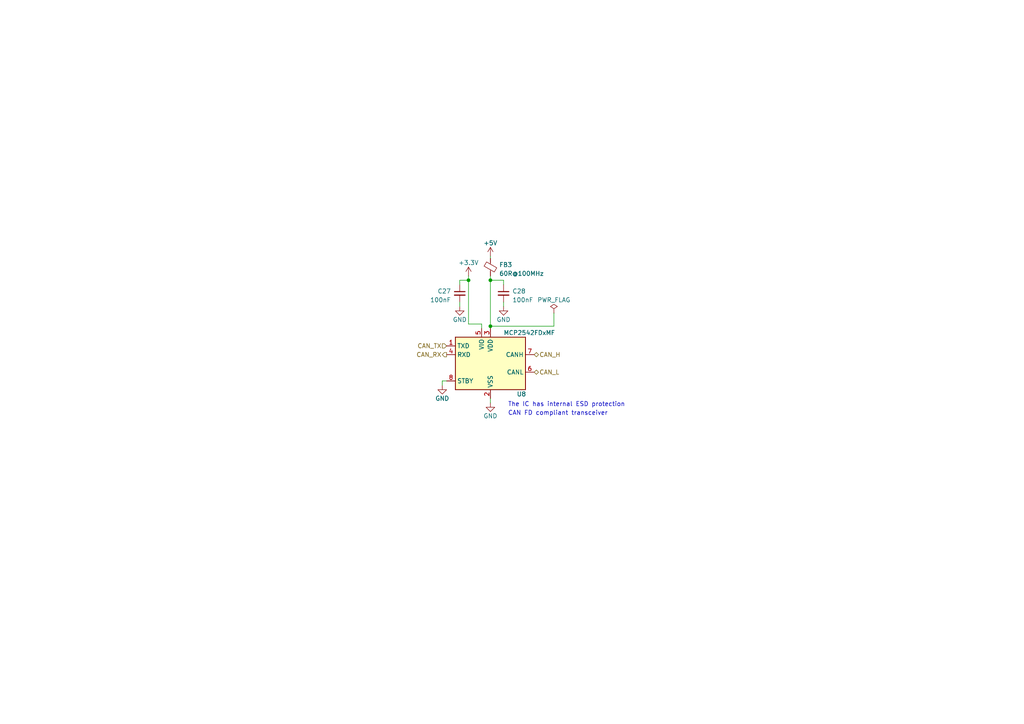
<source format=kicad_sch>
(kicad_sch (version 20230121) (generator eeschema)
  (paper "A4")
  (title_block (title "CAN bus") (date "2023-03-11") (rev "${REVISION}") (company "Author: Szymon Kostrubiec") (comment 1 "Reviewer:"))
  (lib_symbols
    (symbol "Device:C_Small" (pin_numbers hide) (pin_names (offset 0.254) hide)
      (property "Reference" "C" (at 0.254 1.778 0))
      (property "Value" "C_Small" (at 0.254 -2.032 0))
      (symbol "C_Small_0_1"
        (polyline (pts (xy -1.524 -0.508) (xy 1.524 -0.508)) (stroke (width 0.3302)))
        (polyline (pts (xy -1.524 0.508) (xy 1.524 0.508)) (stroke (width 0.3048)))
      )
      (symbol "C_Small_1_1"
        (pin passive line (at 0 2.54 270) (length 2.032) (name "~") (number "1"))
        (pin passive line (at 0 -2.54 90) (length 2.032) (name "~") (number "2"))
      )
    )
    (symbol "Device:FerriteBead_Small" (pin_numbers hide) (pin_names (offset 0))
      (property "Reference" "FB" (at 1.905 1.27 0))
      (property "Value" "FerriteBead_Small" (at 1.905 -1.27 0))
      (symbol "FerriteBead_Small_0_1"
        (polyline (pts (xy 0 -1.27) (xy 0 -0.7874)))
        (polyline (pts (xy 0 0.889) (xy 0 1.2954)))
        (polyline (pts (xy -1.8288 0.2794) (xy -1.1176 1.4986) (xy 1.8288 -0.2032) (xy 1.1176 -1.4224) (xy -1.8288 0.2794)))
      )
      (symbol "FerriteBead_Small_1_1"
        (pin passive line (at 0 2.54 270) (length 1.27) (name "~") (number "1"))
        (pin passive line (at 0 -2.54 90) (length 1.27) (name "~") (number "2"))
      )
    )
    (symbol "Interface_CAN_LIN:MCP2542FDxMF"
      (property "Reference" "U" (at -10.16 8.89 0))
      (property "Value" "MCP2542FDxMF" (at 2.54 8.89 0))
      (symbol "MCP2542FDxMF_0_1"
        (rectangle (start -10.16 7.62) (end 10.16 -7.62) (stroke (width 0.254)) (fill (type background)))
      )
      (symbol "MCP2542FDxMF_1_1"
        (pin input line (at -12.7 5.08 0) (length 2.54) (name "TXD") (number "1"))
        (pin power_in line (at 0 -10.16 90) (length 2.54) (name "VSS") (number "2"))
        (pin power_in line (at 0 10.16 270) (length 2.54) (name "VDD") (number "3"))
        (pin output line (at -12.7 2.54 0) (length 2.54) (name "RXD") (number "4"))
        (pin power_in line (at -2.54 10.16 270) (length 2.54) (name "VIO") (number "5"))
        (pin bidirectional line (at 12.7 -2.54 180) (length 2.54) (name "CANL") (number "6"))
        (pin bidirectional line (at 12.7 2.54 180) (length 2.54) (name "CANH") (number "7"))
        (pin input line (at -12.7 -5.08 0) (length 2.54) (name "STBY") (number "8"))
        (pin passive line (at 0 -10.16 90) (length 2.54) hide (name "VSS") (number "9"))
      )
    )
    (symbol "power:+3.3V" (power) (pin_names (offset 0))
      (property "Value" "+3.3V" (at 0 3.556 0))
      (symbol "+3.3V_0_1"
        (polyline (pts (xy -0.762 1.27) (xy 0 2.54)))
        (polyline (pts (xy 0 0) (xy 0 2.54)))
        (polyline (pts (xy 0 2.54) (xy 0.762 1.27)))
      )
      (symbol "+3.3V_1_1"
        (pin power_in line (at 0 0 90) (length 0) hide (name "+3.3V") (number "1"))
      )
    )
    (symbol "power:+5V" (power) (pin_names (offset 0))
      (property "Value" "+5V" (at 0 3.556 0))
      (symbol "+5V_0_1"
        (polyline (pts (xy -0.762 1.27) (xy 0 2.54)))
        (polyline (pts (xy 0 0) (xy 0 2.54)))
        (polyline (pts (xy 0 2.54) (xy 0.762 1.27)))
      )
      (symbol "+5V_1_1"
        (pin power_in line (at 0 0 90) (length 0) hide (name "+5V") (number "1"))
      )
    )
    (symbol "power:GND" (power) (pin_names (offset 0))
      (property "Value" "GND" (at 0 -3.81 0))
      (symbol "GND_0_1"
        (polyline (pts (xy 0 0) (xy 0 -1.27) (xy 1.27 -1.27) (xy 0 -2.54) (xy -1.27 -1.27) (xy 0 -1.27)))
      )
      (symbol "GND_1_1"
        (pin power_in line (at 0 0 270) (length 0) hide (name "GND") (number "1"))
      )
    )
    (symbol "power:PWR_FLAG" (power) (pin_numbers hide) (pin_names (offset 0) hide)
      (property "Value" "PWR_FLAG" (at 0 3.81 0))
      (symbol "PWR_FLAG_0_0"
        (pin power_out line (at 0 0 90) (length 0) (name "pwr") (number "1"))
      )
      (symbol "PWR_FLAG_0_1"
        (polyline (pts (xy 0 0) (xy 0 1.27) (xy -1.016 1.905) (xy 0 2.54) (xy 1.016 1.905) (xy 0 1.27)))
      )
    )
  )
  (junction (at 135.89 81.28))
  (junction (at 142.24 81.28))
  (junction (at 142.24 94.615))
  (wire (pts (xy 139.7 95.25) (xy 139.7 93.98)))
  (wire (pts (xy 135.89 81.28) (xy 135.89 93.98)))
  (wire (pts (xy 142.24 74.295) (xy 142.24 74.93)))
  (wire (pts (xy 142.24 94.615) (xy 142.24 95.25)))
  (wire (pts (xy 133.35 81.28) (xy 135.89 81.28)))
  (wire (pts (xy 139.7 93.98) (xy 135.89 93.98)))
  (wire (pts (xy 142.24 81.28) (xy 146.05 81.28)))
  (wire (pts (xy 146.05 82.55) (xy 146.05 81.28)))
  (wire (pts (xy 146.05 87.63) (xy 146.05 88.9)))
  (wire (pts (xy 133.35 82.55) (xy 133.35 81.28)))
  (wire (pts (xy 142.24 115.57) (xy 142.24 116.84)))
  (wire (pts (xy 160.655 94.615) (xy 160.655 90.805)))
  (wire (pts (xy 128.27 111.76) (xy 128.27 110.49)))
  (wire (pts (xy 128.27 110.49) (xy 129.54 110.49)))
  (wire (pts (xy 142.24 81.28) (xy 142.24 94.615)))
  (wire (pts (xy 135.89 80.01) (xy 135.89 81.28)))
  (wire (pts (xy 142.24 94.615) (xy 160.655 94.615)))
  (wire (pts (xy 142.24 80.01) (xy 142.24 81.28)))
  (wire (pts (xy 133.35 87.63) (xy 133.35 88.9)))
  (text "The IC has internal ESD protection" (at 147.32 118.11 0) (effects (font (size 1.27 1.27)) (justify left bottom)))
  (text "CAN FD compliant transceiver\n" (at 147.32 120.65 0) (effects (font (size 1.27 1.27)) (justify left bottom)))
  (hierarchical_label "CAN_H" (shape bidirectional) (at 154.94 102.87 0))
  (hierarchical_label "CAN_RX" (shape output) (at 129.54 102.87 180))
  (hierarchical_label "CAN_L" (shape bidirectional) (at 154.94 107.95 0))
  (hierarchical_label "CAN_TX" (shape input) (at 129.54 100.33 180))
  (symbol (lib_id "Device:C_Small") (at 146.05 85.09 0) (unit 1)
    (property "Reference" "C28" (at 148.59 84.4613 0) (effects (justify left)))
    (property "Value" "100nF" (at 148.59 87.0013 0) (effects (justify left)))
    (property "Footprint" "Capacitor_SMD:C_0402_1005Metric_Pad0.74x0.62mm_HandSolder" (effects hide))
    (instances (project "PUTM_EV_Frontbox_2023" (path "" (reference "C28") (unit 1)) (path "" (reference "C36") (unit 1))))
  )
  (symbol (lib_id "power:GND") (at 133.35 88.9 0) (unit 1)
    (property "Reference" "#PWR061" (effects hide))
    (property "Value" "GND" (at 133.35 92.71 0))
    (instances (project "PUTM_EV_Frontbox_2023" (path "" (reference "#PWR061") (unit 1)) (path "" (reference "#PWR0109") (unit 1))))
  )
  (symbol (lib_id "power:GND") (at 142.24 116.84 0) (unit 1)
    (property "Reference" "#PWR064" (effects hide))
    (property "Value" "GND" (at 142.24 120.65 0))
    (instances (project "PUTM_EV_Frontbox_2023" (path "" (reference "#PWR064") (unit 1)) (path "" (reference "#PWR0112") (unit 1))))
  )
  (symbol (lib_id "power:GND") (at 128.27 111.76 0) (unit 1)
    (property "Reference" "#PWR060" (effects hide))
    (property "Value" "GND" (at 128.27 115.57 0))
    (instances (project "PUTM_EV_Frontbox_2023" (path "" (reference "#PWR060") (unit 1)) (path "" (reference "#PWR0108") (unit 1))))
  )
  (symbol (lib_id "power:PWR_FLAG") (at 160.655 90.805 0) (unit 1)
    (property "Reference" "#FLG09" (effects hide))
    (property "Value" "PWR_FLAG" (at 160.655 86.995 0))
    (instances (project "PUTM_EV_Frontbox_2023" (path "" (reference "#FLG09") (unit 1)) (path "" (reference "#FLG010") (unit 1))))
  )
  (symbol (lib_id "power:GND") (at 146.05 88.9 0) (unit 1)
    (property "Reference" "#PWR065" (effects hide))
    (property "Value" "GND" (at 146.05 92.71 0))
    (instances (project "PUTM_EV_Frontbox_2023" (path "" (reference "#PWR065") (unit 1)) (path "" (reference "#PWR0113") (unit 1))))
  )
  (symbol (lib_id "Device:C_Small") (at 133.35 85.09 0) (mirror y) (unit 1)
    (property "Reference" "C27" (at 130.81 84.4613 0) (effects (justify left)))
    (property "Value" "100nF" (at 130.81 87.0013 0) (effects (justify left)))
    (property "Footprint" "Capacitor_SMD:C_0402_1005Metric_Pad0.74x0.62mm_HandSolder" (effects hide))
    (instances (project "PUTM_EV_Frontbox_2023" (path "" (reference "C27") (unit 1)) (path "" (reference "C35") (unit 1))))
  )
  (symbol (lib_id "power:+3.3V") (at 135.89 80.01 0) (unit 1)
    (property "Reference" "#PWR062" (effects hide))
    (property "Value" "+3.3V" (at 135.89 76.2 0))
    (instances (project "PUTM_EV_Frontbox_2023" (path "" (reference "#PWR062") (unit 1)) (path "" (reference "#PWR0110") (unit 1))))
  )
  (symbol (lib_id "Interface_CAN_LIN:MCP2542FDxMF") (at 142.24 105.41 0) (unit 1)
    (property "Reference" "U8" (at 149.86 114.3 0) (effects (justify left)))
    (property "Value" "MCP2542FDxMF" (at 146.05 96.52 0) (effects (justify left)))
    (property "Footprint" "Package_DFN_QFN:DFN-8-1EP_3x3mm_P0.65mm_EP1.55x2.4mm" (effects hide))
    (property "Datasheet" "http://ww1.microchip.com/downloads/en/DeviceDoc/MCP2542FD-4FD-MCP2542WFD-4WFD-Data-Sheet20005514B.pdf" (effects hide))
    (instances (project "PUTM_EV_Frontbox_2023" (path "" (reference "U8") (unit 1)) (path "" (reference "U14") (unit 1))))
  )
  (symbol (lib_id "power:+5V") (at 142.24 74.295 0) (unit 1)
    (property "Reference" "#PWR063" (effects hide))
    (property "Value" "+5V" (at 142.24 70.485 0))
    (instances (project "PUTM_EV_Frontbox_2023" (path "" (reference "#PWR063") (unit 1)) (path "" (reference "#PWR0111") (unit 1))))
  )
  (symbol (lib_id "Device:FerriteBead_Small") (at 142.24 77.47 0) (unit 1)
    (property "Reference" "FB3" (at 144.78 76.7969 0) (effects (justify left)))
    (property "Value" "60R@100MHz" (at 144.78 79.3369 0) (effects (justify left)))
    (property "Footprint" "Inductor_SMD:L_0603_1608Metric" (effects hide))
    (instances (project "PUTM_EV_Frontbox_2023" (path "" (reference "FB3") (unit 1)) (path "" (reference "FB4") (unit 1))))
  )
)
</source>
